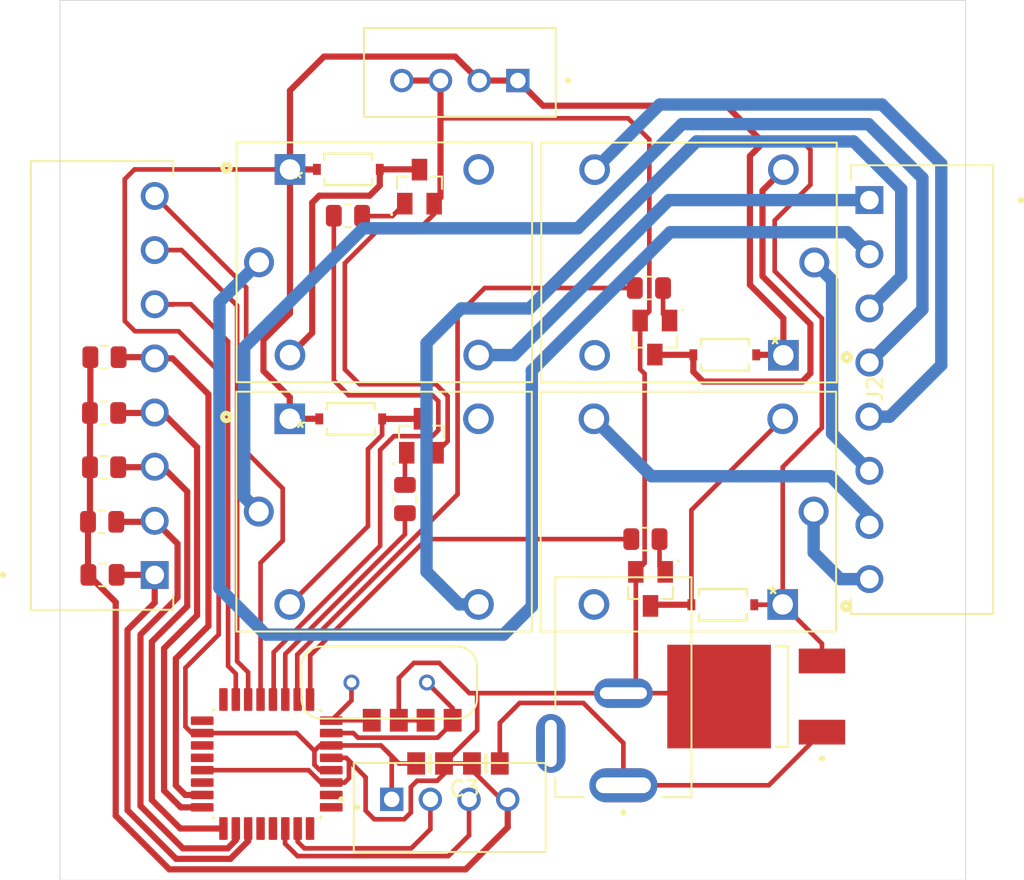
<source format=kicad_pcb>
(kicad_pcb (version 20241229) (generator "pcbnew") (generator_version "9.0")
  (layers (0 "F.Cu" signal) (2 "B.Cu" signal) (13 "F.Paste" user) (15 "B.Paste" user) (5 "F.SilkS" user "F.Silkscreen") (7 "B.SilkS" user "B.Silkscreen") (1 "F.Mask" user) (3 "B.Mask" user) (25 "Edge.Cuts" user))
  (net 0 "")
  (net 1 "GND")
  (net 2 "pb6")
  (net 3 "pb7")
  (net 4 "Net-(U2-IN)")
  (net 5 "5V")
  (net 7 "Net-(Q2-B)")
  (net 8 "Net-(D1-A)")
  (net 9 "Net-(Q3-B)")
  (net 10 "Net-(D2-A)")
  (net 11 "Net-(D3-A)")
  (net 12 "Net-(Q4-B)")
  (net 13 "Net-(D4-A)")
  (net 14 "Net-(Q5-B)")
  (net 15 "OUT1")
  (net 16 "ADC0")
  (net 17 "ADC1")
  (net 18 "ADC2")
  (net 19 "ADC3")
  (net 20 "ADC4")
  (net 21 "OUT2")
  (net 22 "OUT3")
  (net 23 "OUT4")
  (net 25 "COM1")
  (net 26 "RNO1")
  (net 27 "COM2")
  (net 30 "RNO2")
  (net 31 "RNO3")
  (net 34 "COM3")
  (net 41 "RNO4")
  (net 42 "COM4")
  (net 44 "IN3")
  (net 46 "USART_TX")
  (net 48 "IN1")
  (net 49 "USART_RX")
  (net 50 "IN2")
  (footprint "SRD-05VDC-SL-C:RELAY_SRD-05VDC-SL-C" (layer "F.Cu") (at 78.8162 77.7494)
    (property "Reference" "RELAY2" (hide yes))
    (property "Value" "SRD-05VDC-SL-C")
  )
  (footprint "Resistor_SMD:R_0805_2012Metric" (layer "F.Cu") (at 60.6142 81.8388 180)
    (property "Reference" "R2" (hide yes))
    (property "Value" "1K")
  )
  (footprint "terminal_block_90deg:TE_284512-8" (layer "F.Cu") (at 110.1852 69.863 -90)
    (property "Reference" "J2")
    (property "Value" "284512-8")
  )
  (footprint "JST_CONNECTOR:JST_B4B-XH-A_LF__SN_" (layer "F.Cu") (at 83.058 96.8756 180)
    (property "Reference" "USART2" (hide yes))
    (property "Value" "Conn_01x04_Socket")
  )
  (footprint "TAJR106K006RNJ:CAPC2012X140N" (layer "F.Cu") (at 81.788 94.0308)
    (property "Reference" "C4" (hide yes))
    (property "Value" "10uf")
  )
  (footprint "Resistor_SMD:R_0805_2012Metric" (layer "F.Cu") (at 95.9358 63.2968)
    (property "Reference" "R8" (hide yes))
    (property "Value" "10K")
  )
  (footprint "Resistor_SMD:R_0805_2012Metric" (layer "F.Cu") (at 60.7412 67.7672 180)
    (property "Reference" "R6" (hide yes))
    (property "Value" "1K")
  )
  (footprint "Resistor_SMD:R_0805_2012Metric" (layer "F.Cu") (at 60.5888 78.4098 180)
    (property "Reference" "R3" (hide yes))
    (property "Value" "1K")
  )
  (footprint "ATMEGA328P-AU:QFP80P900X900X120-32N" (layer "F.Cu") (at 71.2298 94.0652 180)
    (property "Reference" "U1" (hide yes))
    (property "Value" "ATMEGA328P-AU")
  )
  (footprint "S9013:SOT95P240X120-3N" (layer "F.Cu") (at 96.3168 66.4972 180)
    (property "Reference" "Q4" (hide yes))
    (property "Value" "S9013")
  )
  (footprint "EJ508A:MPD_EJ508A" (layer "F.Cu") (at 94.2848 92.7354 180)
    (property "Reference" "J1" (hide yes))
    (property "Value" "EJ508A")
  )
  (footprint "SRD-05VDC-SL-C:RELAY_SRD-05VDC-SL-C" (layer "F.Cu") (at 98.4835 77.7494 180)
    (property "Reference" "RELAY4" (hide yes))
    (property "Value" "SRD-05VDC-SL-C")
  )
  (footprint "1N4148W-TP:SOD123" (layer "F.Cu") (at 100.838 67.6148 180)
    (property "Reference" "D3" (hide yes))
    (property "Value" "1N4001/1N4148" (hide yes))
  )
  (footprint "L78M05CDT:VREG_L78M05CDT" (layer "F.Cu") (at 102.87 89.7047 180)
    (property "Reference" "U2" (hide yes))
    (property "Value" "L78M05CDT")
  )
  (footprint "1N4148W-TP:SOD123" (layer "F.Cu") (at 76.5048 55.626)
    (property "Reference" "D1" (hide yes))
    (property "Value" "1N4001/1N4148" (hide yes))
  )
  (footprint "S9013:SOT95P240X120-3N" (layer "F.Cu") (at 81.1022 56.7436)
    (property "Reference" "Q2" (hide yes))
    (property "Value" "S9013")
  )
  (footprint "Resistor_SMD:R_0805_2012Metric" (layer "F.Cu") (at 80.1624 76.9366 90)
    (property "Reference" "R7" (hide yes))
    (property "Value" "10K")
  )
  (footprint "S9013:SOT95P240X120-3N" (layer "F.Cu") (at 96.0374 82.7454 180)
    (property "Reference" "Q5" (hide yes))
    (property "Value" "S9013")
  )
  (footprint "1N4148W-TP:SOD123" (layer "F.Cu") (at 76.6572 71.755)
    (property "Reference" "D2" (hide yes))
    (property "Value" "1N4001/1N4148" (hide yes))
  )
  (footprint "JST_CONNECTOR:JST_B4B-XH-A_LF__SN_" (layer "F.Cu") (at 83.713 49.3606)
    (property "Reference" "SUPPLY1" (hide yes))
    (property "Value" "Conn_01x04_Socket")
  )
  (footprint "Resistor_SMD:R_0805_2012Metric" (layer "F.Cu") (at 60.7158 71.374 180)
    (property "Reference" "R5" (hide yes))
    (property "Value" "1K")
  )
  (footprint "1N4148W-TP:SOD123" (layer "F.Cu") (at 100.711 83.7692 180)
    (property "Reference" "D4" (hide yes))
    (property "Value" "1N4001/1N4148" (hide yes))
  )
  (footprint "SRD-05VDC-SL-C:RELAY_SRD-05VDC-SL-C" (layer "F.Cu") (at 78.8314 61.632)
    (property "Reference" "RELAY1" (hide yes))
    (property "Value" "SRD-05VDC-SL-C")
  )
  (footprint "AC0805KPX7R9BB103:CAPC2012X95N" (layer "F.Cu") (at 78.8924 91.2368 180)
    (property "Reference" "C2" (hide yes))
    (property "Value" "22pf")
  )
  (footprint "Resistor_SMD:R_0805_2012Metric" (layer "F.Cu") (at 60.7158 74.8792 180)
    (property "Reference" "R4" (hide yes))
    (property "Value" "1K")
  )
  (footprint "TAJR106K006RNJ:CAPC2012X140N" (layer "F.Cu") (at 85.3948 94.0308 180)
    (property "Reference" "C3")
    (property "Value" "100uf")
  )
  (footprint "SRD-05VDC-SL-C:RELAY_SRD-05VDC-SL-C" (layer "F.Cu") (at 98.5266 61.6458 180)
    (property "Reference" "RELAY3" (hide yes))
    (property "Value" "SRD-05VDC-SL-C")
  )
  (footprint "Resistor_SMD:R_0805_2012Metric" (layer "F.Cu") (at 95.7072 79.5274)
    (property "Reference" "R9" (hide yes))
    (property "Value" "10K")
  )
  (footprint "Resistor_SMD:R_0805_2012Metric" (layer "F.Cu") (at 76.4794 58.6232)
    (property "Reference" "R1" (hide yes))
    (property "Value" "10K")
  )
  (footprint "AC0805KPX7R9BB103:CAPC2012X95N" (layer "F.Cu") (at 82.3722 91.2368)
    (property "Reference" "C1" (hide yes))
    (property "Value" "22pf" (hide yes))
  )
  (footprint "S9013:SOT95P240X120-3N" (layer "F.Cu") (at 81.2292 72.8472)
    (property "Reference" "Q3" (hide yes))
    (property "Value" "S9013")
  )
  (footprint "ECS-160-S-4X:XTAL_ECS-160-S-4X" (layer "F.Cu") (at 79.1464 88.7984)
    (property "Reference" "Y1" (hide yes))
    (property "Value" "Crystal")
  )
  (footprint "terminal_block_90deg:TE_284512-8" (layer "F.Cu") (at 63.9877 69.596 90)
    (property "Reference" "J3" (hide yes))
    (property "Value" "284512-8")
  )
  (gr_rect (start 57.8629 44.704) (end 116.4099 101.5746) (stroke (width 0.05)) (fill no) (layer "Edge.Cuts"))
  (segment (start 84.836 89.4854) (end 84.3292 89.4854) (width 0.3) (layer "F.Cu") (net 1))
  (segment (start 79.963 49.8856) (end 82.463 49.8856) (width 0.4) (layer "F.Cu") (net 1))
  (segment (start 80.1116 97.6376) (end 78.1812 97.6376) (width 0.3) (layer "F.Cu") (net 1))
  (segment (start 94.2848 89.4854) (end 84.836 89.4854) (width 0.3) (layer "F.Cu") (net 1))
  (segment (start 82.6662 52.324) (end 82.463 52.1208) (width 0.3) (layer "F.Cu") (net 1))
  (segment (start 73.931778 94.4652) (end 74.731778 95.2652) (width 0.3) (layer "F.Cu") (net 1))
  (segment (start 59.7017 81.8388) (end 61.468 83.6051) (width 0.4) (layer "F.Cu") (net 1))
  (segment (start 79.7674 88.5076) (end 79.7674 91.2368) (width 0.3) (layer "F.Cu") (net 1))
  (segment (start 82.688 94.0308) (end 84.4948 94.0308) (width 0.3) (layer "F.Cu") (net 1))
  (segment (start 76.5428 94.986) (end 76.2636 95.2652) (width 0.3) (layer "F.Cu") (net 1))
  (segment (start 61.468 83.6051) (end 61.468 97.409) (width 0.4) (layer "F.Cu") (net 1))
  (segment (start 59.8033 74.8792) (end 59.8033 78.2828) (width 0.4) (layer "F.Cu") (net 1))
  (segment (start 80.5434 97.2058) (end 80.1116 97.6376) (width 0.3) (layer "F.Cu") (net 1))
  (segment (start 77.6224 94.9226) (end 76.5428 93.843) (width 0.3) (layer "F.Cu") (net 1))
  (segment (start 86.3938 96.3506) (end 84.4948 94.4516) (width 0.3) (layer "F.Cu") (net 1))
  (segment (start 95.3668 65.3972) (end 95.3668 68.5492) (width 0.3) (layer "F.Cu") (net 1))
  (segment (start 100.2507 89.4854) (end 100.47 89.7047) (width 0.3) (layer "F.Cu") (net 1))
  (segment (start 84.4948 94.4516) (end 84.4948 94.0308) (width 0.3) (layer "F.Cu") (net 1))
  (segment (start 95.9612 53.6956) (end 94.5896 52.324) (width 0.3) (layer "F.Cu") (net 1))
  (segment (start 79.7674 91.2368) (end 81.4972 91.2368) (width 0.3) (layer "F.Cu") (net 1))
  (segment (start 77.2414 69.5198) (end 76.2762 68.5546) (width 0.3) (layer "F.Cu") (net 1))
  (segment (start 82.1792 73.9472) (end 82.924 73.2024) (width 0.3) (layer "F.Cu") (net 1))
  (segment (start 82.463 57.4328) (end 82.0522 57.8436) (width 0.4) (layer "F.Cu") (net 1))
  (segment (start 61.468 97.409) (end 64.9326 100.8736) (width 0.4) (layer "F.Cu") (net 1))
  (segment (start 82.463 52.1208) (end 82.463 57.4328) (width 0.4) (layer "F.Cu") (net 1))
  (segment (start 59.8287 71.3486) (end 59.8033 71.374) (width 0.4) (layer "F.Cu") (net 1))
  (segment (start 82.463 49.8856) (end 82.463 52.1208) (width 0.4) (layer "F.Cu") (net 1))
  (segment (start 64.9326 100.8736) (end 84.0892 100.8736) (width 0.4) (layer "F.Cu") (net 1))
  (segment (start 84.3292 89.4854) (end 82.3722 87.5284) (width 0.3) (layer "F.Cu") (net 1))
  (segment (start 94.5896 52.324) (end 82.6662 52.324) (width 0.3) (layer "F.Cu") (net 1))
  (segment (start 78.2828 59.69) (end 80.8736 59.69) (width 0.3) (layer "F.Cu") (net 1))
  (segment (start 80.7466 87.5284) (end 79.7674 88.5076) (width 0.3) (layer "F.Cu") (net 1))
  (segment (start 77.6224 97.0788) (end 77.6224 94.9226) (width 0.3) (layer "F.Cu") (net 1))
  (segment (start 80.5434 95.5548) (end 80.5434 97.2058) (width 0.3) (layer "F.Cu") (net 1))
  (segment (start 82.2452 95.1484) (end 80.9498 95.1484) (width 0.3) (layer "F.Cu") (net 1))
  (segment (start 67.0598 94.4652) (end 73.931778 94.4652) (width 0.3) (layer "F.Cu") (net 1))
  (segment (start 94.2848 89.4854) (end 94.2848 89.4588) (width 0.3) (layer "F.Cu") (net 1))
  (segment (start 95.6582 68.8406) (end 95.6582 81.0746) (width 0.3) (layer "F.Cu") (net 1))
  (segment (start 82.0522 58.5114) (end 82.0522 57.8436) (width 0.3) (layer "F.Cu") (net 1))
  (segment (start 80.8736 59.69) (end 82.0522 58.5114) (width 0.3) (layer "F.Cu") (net 1))
  (segment (start 59.8033 71.374) (end 59.8033 74.8792) (width 0.4) (layer "F.Cu") (net 1))
  (segment (start 82.169 69.5198) (end 77.2414 69.5198) (width 0.3) (layer "F.Cu") (net 1))
  (segment (start 80.9498 95.1484) (end 80.5434 95.5548) (width 0.3) (layer "F.Cu") (net 1))
  (segment (start 59.6763 81.8134) (end 59.7017 81.8388) (width 0.4) (layer "F.Cu") (net 1))
  (segment (start 82.688 94.0308) (end 82.688 94.7056) (width 0.3) (layer "F.Cu") (net 1))
  (segment (start 95.3668 65.3972) (end 95.9612 64.8028) (width 0.3) (layer "F.Cu") (net 1))
  (segment (start 82.924 70.2748) (end 82.169 69.5198) (width 0.3) (layer "F.Cu") (net 1))
  (segment (start 86.808 96.3506) (end 86.3938 96.3506) (width 0.3) (layer "F.Cu") (net 1))
  (segment (start 82.06 57.8358) (end 82.0522 57.8436) (width 0.3) (layer "F.Cu") (net 1))
  (segment (start 82.924 73.2024) (end 82.924 70.2748) (width 0.3) (layer "F.Cu") (net 1))
  (segment (start 75.3998 93.6652) (end 76.365 93.6652) (width 0.3) (layer "F.Cu") (net 1))
  (segment (start 94.2848 89.4854) (end 100.2507 89.4854) (width 0.3) (layer "F.Cu") (net 1))
  (segment (start 74.731778 95.2652) (end 75.3998 95.2652) (width 0.3) (layer "F.Cu") (net 1))
  (segment (start 59.8033 78.2828) (end 59.6763 78.4098) (width 0.4) (layer "F.Cu") (net 1))
  (segment (start 82.688 94.0308) (end 84.836 91.8828) (width 0.3) (layer "F.Cu") (net 1))
  (segment (start 82.688 94.7056) (end 82.2452 95.1484) (width 0.3) (layer "F.Cu") (net 1))
  (segment (start 76.365 93.6652) (end 76.5428 93.843) (width 0.3) (layer "F.Cu") (net 1))
  (segment (start 95.0874 82.2858) (end 95.0874 81.6454) (width 0.3) (layer "F.Cu") (net 1))
  (segment (start 82.3722 87.5284) (end 80.7466 87.5284) (width 0.3) (layer "F.Cu") (net 1))
  (segment (start 59.6763 78.4098) (end 59.6763 81.8134) (width 0.4) (layer "F.Cu") (net 1))
  (segment (start 84.836 91.8828) (end 84.836 89.4854) (width 0.3) (layer "F.Cu") (net 1))
  (segment (start 76.2636 95.2652) (end 75.3998 95.2652) (width 0.3) (layer "F.Cu") (net 1))
  (segment (start 95.0874 88.6562) (end 95.0874 81.6454) (width 0.3) (layer "F.Cu") (net 1))
  (segment (start 95.9612 64.8028) (end 95.9612 53.6956) (width 0.3) (layer "F.Cu") (net 1))
  (segment (start 95.3668 68.5492) (end 95.6582 68.8406) (width 0.3) (layer "F.Cu") (net 1))
  (segment (start 76.2762 61.6966) (end 78.2828 59.69) (width 0.3) (layer "F.Cu") (net 1))
  (segment (start 76.2762 68.5546) (end 76.2762 61.6966) (width 0.3) (layer "F.Cu") (net 1))
  (segment (start 59.8287 67.7672) (end 59.8287 71.3486) (width 0.4) (layer "F.Cu") (net 1))
  (segment (start 95.6582 81.0746) (end 95.0874 81.6454) (width 0.3) (layer "F.Cu") (net 1))
  (segment (start 76.5428 93.843) (end 76.5428 94.4118) (width 0.3) (layer "F.Cu") (net 1))
  (segment (start 86.808 98.1548) (end 86.808 96.3506) (width 0.4) (layer "F.Cu") (net 1))
  (segment (start 100.7884 89.4854) (end 101.0666 89.7636) (width 0.3) (layer "F.Cu") (net 1))
  (segment (start 76.5428 94.4118) (end 76.5428 94.986) (width 0.3) (layer "F.Cu") (net 1))
  (segment (start 78.1812 97.6376) (end 77.6224 97.0788) (width 0.3) (layer "F.Cu") (net 1))
  (segment (start 84.0892 100.8736) (end 86.808 98.1548) (width 0.4) (layer "F.Cu") (net 1))
  (segment (start 94.2848 89.4588) (end 95.0874 88.6562) (width 0.3) (layer "F.Cu") (net 1))
  (segment (start 76.8288 92.0652) (end 77.1278 92.3642) (width 0.3) (layer "F.Cu") (net 2))
  (segment (start 81.5864 88.7984) (end 83.2472 90.4592) (width 0.3) (layer "F.Cu") (net 2))
  (segment (start 77.1278 92.3642) (end 82.2748 92.3642) (width 0.3) (layer "F.Cu") (net 2))
  (segment (start 75.3998 92.0652) (end 76.8288 92.0652) (width 0.3) (layer "F.Cu") (net 2))
  (segment (start 82.2748 92.3642) (end 83.2472 91.3918) (width 0.3) (layer "F.Cu") (net 2))
  (segment (start 83.2472 90.4592) (end 83.2472 91.2368) (width 0.3) (layer "F.Cu") (net 2))
  (segment (start 83.2472 91.3918) (end 83.2472 91.2368) (width 0.3) (layer "F.Cu") (net 2))
  (segment (start 76.7064 88.7984) (end 76.7064 89.9586) (width 0.3) (layer "F.Cu") (net 3))
  (segment (start 76.7064 89.9586) (end 75.3998 91.2652) (width 0.3) (layer "F.Cu") (net 3))
  (segment (start 78.0174 91.2368) (end 75.4282 91.2368) (width 0.3) (layer "F.Cu") (net 3))
  (segment (start 75.4282 91.2368) (end 75.3998 91.2652) (width 0.3) (layer "F.Cu") (net 3))
  (segment (start 86.2948 94.0308) (end 86.2948 91.4036) (width 0.3) (layer "F.Cu") (net 4))
  (segment (start 91.694 90.1192) (end 94.2848 92.71) (width 0.3) (layer "F.Cu") (net 4))
  (segment (start 94.2848 92.71) (end 94.2848 95.4404) (width 0.3) (layer "F.Cu") (net 4))
  (segment (start 86.2948 91.4036) (end 87.5792 90.1192) (width 0.3) (layer "F.Cu") (net 4))
  (segment (start 103.6843 95.4404) (end 94.2848 95.4404) (width 0.3) (layer "F.Cu") (net 4))
  (segment (start 87.5792 90.1192) (end 91.694 90.1192) (width 0.3) (layer "F.Cu") (net 4))
  (segment (start 107.12 92.0047) (end 103.6843 95.4404) (width 0.3) (layer "F.Cu") (net 4))
  (segment (start 100.9396 51.5112) (end 103.3272 53.8988) (width 0.4) (layer "F.Cu") (net 5))
  (segment (start 62.0522 56.261) (end 62.6812 55.632) (width 0.3) (layer "F.Cu") (net 5))
  (segment (start 104.5956 67.6148) (end 104.6266 67.6458) (width 0.4) (layer "F.Cu") (net 5))
  (segment (start 87.463 49.8856) (end 89.0886 51.5112) (width 0.4) (layer "F.Cu") (net 5))
  (segment (start 66.391778 92.0652) (end 65.9738 91.647222) (width 0.3) (layer "F.Cu") (net 5))
  (segment (start 104.5835 83.7494) (end 107.12 86.2859) (width 0.3) (layer "F.Cu") (net 5))
  (segment (start 104.5835 83.7494) (end 104.5835 74.8675) (width 0.3) (layer "F.Cu") (net 5))
  (segment (start 62.7126 66.0908) (end 62.0522 65.4304) (width 0.3) (layer "F.Cu") (net 5))
  (segment (start 73.1628 92.0652) (end 74.3138 93.2162) (width 0.3) (layer "F.Cu") (net 5))
  (segment (start 72.7162 71.7494) (end 74.6196 71.7494) (width 0.4) (layer "F.Cu") (net 5))
  (segment (start 74.4668 55.632) (end 74.4728 55.626) (width 0.4) (layer "F.Cu") (net 5))
  (segment (start 79.308 93.5602) (end 78.9037 93.1559) (width 0.3) (layer "F.Cu") (net 5))
  (segment (start 106.3752 56.6166) (end 106.3752 54.356) (width 0.3) (layer "F.Cu") (net 5))
  (segment (start 102.743 83.7692) (end 104.5637 83.7692) (width 0.3) (layer "F.Cu") (net 5))
  (segment (start 72.7202 70.358) (end 72.7162 70.362) (width 0.4) (layer "F.Cu") (net 5))
  (segment (start 72.7162 70.362) (end 72.7162 71.7494) (width 0.4) (layer "F.Cu") (net 5))
  (segment (start 104.5835 74.8675) (end 107.1118 72.3392) (width 0.3) (layer "F.Cu") (net 5))
  (segment (start 62.0522 65.4304) (end 62.0522 56.261) (width 0.3) (layer "F.Cu") (net 5))
  (segment (start 107.1118 72.3392) (end 107.1118 65.2526) (width 0.3) (layer "F.Cu") (net 5))
  (segment (start 105.918 53.8988) (end 103.3272 53.8988) (width 0.3) (layer "F.Cu") (net 5))
  (segment (start 72.7314 55.632) (end 72.7314 64.9366) (width 0.4) (layer "F.Cu") (net 5))
  (segment (start 102.4636 63.0936) (end 104.6266 65.2566) (width 0.4) (layer "F.Cu") (net 5))
  (segment (start 84.963 49.8856) (end 87.463 49.8856) (width 0.4) (layer "F.Cu") (net 5))
  (segment (start 102.4636 54.7624) (end 102.4636 63.0936) (width 0.4) (layer "F.Cu") (net 5))
  (segment (start 62.6812 55.632) (end 72.7314 55.632) (width 0.3) (layer "F.Cu") (net 5))
  (segment (start 71.0184 68.6562) (end 72.7202 70.358) (width 0.4) (layer "F.Cu") (net 5))
  (segment (start 72.7314 55.632) (end 74.4668 55.632) (width 0.4) (layer "F.Cu") (net 5))
  (segment (start 68.1228 85.6996) (end 68.1228 68.6816) (width 0.3) (layer "F.Cu") (net 5))
  (segment (start 102.87 67.6148) (end 104.5956 67.6148) (width 0.4) (layer "F.Cu") (net 5))
  (segment (start 74.6648 94.4652) (end 75.3998 94.4652) (width 0.3) (layer "F.Cu") (net 5))
  (segment (start 79.308 96.3506) (end 79.308 93.5602) (width 0.3) (layer "F.Cu") (net 5))
  (segment (start 68.1228 68.6816) (end 65.532 66.0908) (width 0.3) (layer "F.Cu") (net 5))
  (segment (start 65.532 66.0908) (end 62.7126 66.0908) (width 0.3) (layer "F.Cu") (net 5))
  (segment (start 67.0598 92.0652) (end 66.391778 92.0652) (width 0.3) (layer "F.Cu") (net 5))
  (segment (start 79.7786 94.0308) (end 78.9037 93.1559) (width 0.3) (layer "F.Cu") (net 5))
  (segment (start 74.6648 92.8652) (end 74.3138 93.2162) (width 0.3) (layer "F.Cu") (net 5))
  (segment (start 104.5835 83.7494) (end 103.9114 83.0773) (width 0.4) (layer "F.Cu") (net 5))
  (segment (start 103.3272 53.8988) (end 102.8446 54.3814) (width 0.4) (layer "F.Cu") (net 5))
  (segment (start 72.7314 64.9366) (end 71.0184 66.6496) (width 0.4) (layer "F.Cu") (net 5))
  (segment (start 74.3138 93.2162) (end 74.3138 94.1142) (width 0.3) (layer "F.Cu") (net 5))
  (segment (start 107.1118 65.2526) (end 104.0638 62.2046) (width 0.3) (layer "F.Cu") (net 5))
  (segment (start 74.93 48.3362) (end 83.4136 48.3362) (width 0.4) (layer "F.Cu") (net 5))
  (segment (start 83.4136 48.3362) (end 84.963 49.8856) (width 0.4) (layer "F.Cu") (net 5))
  (segment (start 102.8446 54.3814) (end 102.4636 54.7624) (width 0.4) (layer "F.Cu") (net 5))
  (segment (start 107.12 86.2859) (end 107.12 87.4047) (width 0.3) (layer "F.Cu") (net 5))
  (segment (start 80.888 94.0308) (end 79.7786 94.0308) (width 0.3) (layer "F.Cu") (net 5))
  (segment (start 75.3998 92.8652) (end 74.6648 92.8652) (width 0.3) (layer "F.Cu") (net 5))
  (segment (start 65.9738 87.8486) (end 68.1228 85.6996) (width 0.3) (layer "F.Cu") (net 5))
  (segment (start 74.3138 94.1142) (end 74.6648 94.4652) (width 0.3) (layer "F.Cu") (net 5))
  (segment (start 78.9037 93.1559) (end 78.613 92.8652) (width 0.3) (layer "F.Cu") (net 5))
  (segment (start 104.0638 62.2046) (end 104.0638 58.928) (width 0.3) (layer "F.Cu") (net 5))
  (segment (start 74.6196 71.7494) (end 74.6252 71.755) (width 0.4) (layer "F.Cu") (net 5))
  (segment (start 71.0184 66.6496) (end 71.0184 68.6562) (width 0.4) (layer "F.Cu") (net 5))
  (segment (start 78.613 92.8652) (end 75.3998 92.8652) (width 0.3) (layer "F.Cu") (net 5))
  (segment (start 67.0598 92.0652) (end 73.1628 92.0652) (width 0.3) (layer "F.Cu") (net 5))
  (segment (start 106.3752 54.356) (end 105.918 53.8988) (width 0.3) (layer "F.Cu") (net 5))
  (segment (start 104.6266 65.2566) (end 104.6266 67.6458) (width 0.4) (layer "F.Cu") (net 5))
  (segment (start 65.9738 91.647222) (end 65.9738 87.8486) (width 0.3) (layer "F.Cu") (net 5))
  (segment (start 104.0638 58.928) (end 106.3752 56.6166) (width 0.3) (layer "F.Cu") (net 5))
  (segment (start 104.5637 83.7692) (end 104.5835 83.7494) (width 0.3) (layer "F.Cu") (net 5))
  (segment (start 72.7314 50.5348) (end 74.93 48.3362) (width 0.4) (layer "F.Cu") (net 5))
  (segment (start 72.7314 55.632) (end 72.7314 50.5348) (width 0.4) (layer "F.Cu") (net 5))
  (segment (start 89.0886 51.5112) (end 100.9396 51.5112) (width 0.4) (layer "F.Cu") (net 5))
  (segment (start 80.0838 57.912) (end 80.1522 57.8436) (width 0.4) (layer "F.Cu") (net 7))
  (segment (start 77.3665 58.6486) (end 79.3472 58.6486) (width 0.3) (layer "F.Cu") (net 7))
  (segment (start 79.3472 58.6486) (end 80.1522 57.8436) (width 0.3) (layer "F.Cu") (net 7))
  (segment (start 77.8764 57.3278) (end 74.6222 57.3278) (width 0.4) (layer "F.Cu") (net 8))
  (segment (start 74.168 57.782) (end 74.168 66.1954) (width 0.4) (layer "F.Cu") (net 8))
  (segment (start 81.069 55.626) (end 81.1022 55.5928) (width 0.4) (layer "F.Cu") (net 8))
  (segment (start 78.5368 55.626) (end 78.5368 56.6674) (width 0.4) (layer "F.Cu") (net 8))
  (segment (start 74.168 66.1954) (end 72.7314 67.632) (width 0.4) (layer "F.Cu") (net 8))
  (segment (start 78.5368 56.6674) (end 77.8764 57.3278) (width 0.4) (layer "F.Cu") (net 8))
  (segment (start 78.5368 55.626) (end 81.069 55.626) (width 0.4) (layer "F.Cu") (net 8))
  (segment (start 74.6222 57.3278) (end 74.168 57.782) (width 0.4) (layer "F.Cu") (net 8))
  (segment (start 80.1624 74.064) (end 80.2792 73.9472) (width 0.3) (layer "F.Cu") (net 9))
  (segment (start 80.2714 73.9394) (end 80.2792 73.9472) (width 0.4) (layer "F.Cu") (net 9))
  (segment (start 80.1092 74.1172) (end 80.2792 73.9472) (width 0.4) (layer "F.Cu") (net 9))
  (segment (start 80.1624 76.0241) (end 80.1624 74.064) (width 0.3) (layer "F.Cu") (net 9))
  (segment (start 77.7748 78.6908) (end 77.7748 73.7108) (width 0.3) (layer "F.Cu") (net 10))
  (segment (start 77.7748 73.7108) (end 78.6892 72.7964) (width 0.3) (layer "F.Cu") (net 10))
  (segment (start 78.6892 71.755) (end 81.2214 71.755) (width 0.4) (layer "F.Cu") (net 10))
  (segment (start 78.6892 72.7964) (end 78.6892 71.755) (width 0.3) (layer "F.Cu") (net 10))
  (segment (start 72.7162 83.7494) (end 77.7748 78.6908) (width 0.3) (layer "F.Cu") (net 10))
  (segment (start 81.2214 71.755) (end 81.2292 71.7472) (width 0.4) (layer "F.Cu") (net 10))
  (segment (start 106.3752 68.8086) (end 105.8418 69.342) (width 0.4) (layer "F.Cu") (net 11))
  (segment (start 103.2764 56.996) (end 103.2764 62.5348) (width 0.4) (layer "F.Cu") (net 11))
  (segment (start 98.806 68.707) (end 98.806 67.6148) (width 0.4) (layer "F.Cu") (net 11))
  (segment (start 104.5956 55.6768) (end 104.6266 55.6458) (width 0.4) (layer "F.Cu") (net 11))
  (segment (start 104.6266 55.6458) (end 103.2764 56.996) (width 0.4) (layer "F.Cu") (net 11))
  (segment (start 99.441 69.342) (end 98.806 68.707) (width 0.4) (layer "F.Cu") (net 11))
  (segment (start 98.806 67.6148) (end 96.393 67.6148) (width 0.4) (layer "F.Cu") (net 11))
  (segment (start 105.8418 69.342) (end 99.441 69.342) (width 0.4) (layer "F.Cu") (net 11))
  (segment (start 103.2764 62.5348) (end 106.3752 65.6336) (width 0.4) (layer "F.Cu") (net 11))
  (segment (start 106.3752 65.6336) (end 106.3752 68.8086) (width 0.4) (layer "F.Cu") (net 11))
  (segment (start 96.393 67.6148) (end 96.3168 67.691) (width 0.4) (layer "F.Cu") (net 11))
  (segment (start 97.3528 65.405) (end 97.2668 65.491) (width 0.4) (layer "F.Cu") (net 12))
  (segment (start 96.8483 64.9787) (end 97.2668 65.3972) (width 0.3) (layer "F.Cu") (net 12))
  (segment (start 96.8483 63.2968) (end 96.8483 64.9787) (width 0.3) (layer "F.Cu") (net 12))
  (segment (start 104.5835 71.7494) (end 98.679 77.6539) (width 0.3) (layer "F.Cu") (net 13))
  (segment (start 96.1136 83.7692) (end 96.0374 83.8454) (width 0.4) (layer "F.Cu") (net 13))
  (segment (start 98.679 83.7692) (end 96.1136 83.7692) (width 0.4) (layer "F.Cu") (net 13))
  (segment (start 98.679 77.6539) (end 98.679 83.7692) (width 0.3) (layer "F.Cu") (net 13))
  (segment (start 96.6197 79.5274) (end 96.6197 81.2777) (width 0.3) (layer "F.Cu") (net 14))
  (segment (start 96.6197 81.2777) (end 96.9874 81.6454) (width 0.3) (layer "F.Cu") (net 14))
  (segment (start 94.7947 79.5274) (end 81.5594 79.5274) (width 0.3) (layer "F.Cu") (net 15))
  (segment (start 74.041 89.884) (end 74.0298 89.8952) (width 0.3) (layer "F.Cu") (net 15))
  (segment (start 74.041 87.0458) (end 74.041 89.884) (width 0.3) (layer "F.Cu") (net 15))
  (segment (start 81.5594 79.5274) (end 74.041 87.0458) (width 0.3) (layer "F.Cu") (net 15))
  (segment (start 61.5267 81.8388) (end 63.9805 81.8388) (width 0.4) (layer "F.Cu") (net 16))
  (segment (start 63.9877 81.846) (end 63.9877 83.6371) (width 0.4) (layer "F.Cu") (net 16))
  (segment (start 63.9805 81.8388) (end 63.9877 81.846) (width 0.4) (layer "F.Cu") (net 16))
  (segment (start 68.879742 100.1944) (end 70.0298 99.044342) (width 0.4) (layer "F.Cu") (net 16))
  (segment (start 63.9877 81.846) (end 64.6782 82.5365) (width 0.4) (layer "F.Cu") (net 16))
  (segment (start 62.23 97.0534) (end 65.371 100.1944) (width 0.4) (layer "F.Cu") (net 16))
  (segment (start 65.371 100.1944) (end 68.879742 100.1944) (width 0.4) (layer "F.Cu") (net 16))
  (segment (start 70.0298 99.044342) (end 70.0298 98.2352) (width 0.4) (layer "F.Cu") (net 16))
  (segment (start 63.9877 83.6371) (end 62.23 85.3948) (width 0.4) (layer "F.Cu") (net 16))
  (segment (start 62.23 85.3948) (end 62.23 97.0534) (width 0.4) (layer "F.Cu") (net 16))
  (segment (start 65.4644 83.3034) (end 63.0682 85.6996) (width 0.4) (layer "F.Cu") (net 17))
  (segment (start 63.9877 78.346) (end 65.4644 79.8227) (width 0.4) (layer "F.Cu") (net 17))
  (segment (start 65.4644 79.8227) (end 65.4644 83.3034) (width 0.4) (layer "F.Cu") (net 17))
  (segment (start 63.9239 78.4098) (end 63.9877 78.346) (width 0.4) (layer "F.Cu") (net 17))
  (segment (start 69.2298 98.9944) (end 69.2298 98.2352) (width 0.4) (layer "F.Cu") (net 17))
  (segment (start 63.0682 96.774) (end 65.8114 99.5172) (width 0.4) (layer "F.Cu") (net 17))
  (segment (start 68.707 99.5172) (end 69.2298 98.9944) (width 0.4) (layer "F.Cu") (net 17))
  (segment (start 65.8114 99.5172) (end 68.707 99.5172) (width 0.4) (layer "F.Cu") (net 17))
  (segment (start 63.0682 85.6996) (end 63.0682 96.774) (width 0.4) (layer "F.Cu") (net 17))
  (segment (start 61.5013 78.4098) (end 63.9239 78.4098) (width 0.4) (layer "F.Cu") (net 17))
  (segment (start 61.6283 74.8792) (end 63.9545 74.8792) (width 0.4) (layer "F.Cu") (net 18))
  (segment (start 66.0908 83.8708) (end 63.8048 86.1568) (width 0.4) (layer "F.Cu") (net 18))
  (segment (start 63.9545 74.8792) (end 63.9877 74.846) (width 0.4) (layer "F.Cu") (net 18))
  (segment (start 63.8048 96.393) (end 65.647 98.2352) (width 0.4) (layer "F.Cu") (net 18))
  (segment (start 64.484 74.846) (end 66.0908 76.4528) (width 0.4) (layer "F.Cu") (net 18))
  (segment (start 63.8048 86.1568) (end 63.8048 96.393) (width 0.4) (layer "F.Cu") (net 18))
  (segment (start 65.647 98.2352) (end 68.4298 98.2352) (width 0.4) (layer "F.Cu") (net 18))
  (segment (start 63.9877 74.846) (end 64.484 74.846) (width 0.4) (layer "F.Cu") (net 18))
  (segment (start 66.0908 76.4528) (end 66.0908 83.8708) (width 0.4) (layer "F.Cu") (net 18))
  (segment (start 66.7258 73.5878) (end 66.7258 84.455) (width 0.4) (layer "F.Cu") (net 19))
  (segment (start 66.7258 84.455) (end 64.5922 86.5886) (width 0.4) (layer "F.Cu") (net 19))
  (segment (start 61.6283 71.374) (end 63.9597 71.374) (width 0.4) (layer "F.Cu") (net 19))
  (segment (start 64.5922 86.5886) (end 64.5922 95.7834) (width 0.4) (layer "F.Cu") (net 19))
  (segment (start 64.5922 95.7834) (end 65.674 96.8652) (width 0.4) (layer "F.Cu") (net 19))
  (segment (start 63.9597 71.374) (end 63.9877 71.346) (width 0.4) (layer "F.Cu") (net 19))
  (segment (start 63.9877 71.346) (end 64.484 71.346) (width 0.4) (layer "F.Cu") (net 19))
  (segment (start 64.484 71.346) (end 66.7258 73.5878) (width 0.4) (layer "F.Cu") (net 19))
  (segment (start 65.674 96.8652) (end 67.0598 96.8652) (width 0.4) (layer "F.Cu") (net 19))
  (segment (start 65.3542 87.249) (end 65.3542 95.4532) (width 0.4) (layer "F.Cu") (net 20))
  (segment (start 63.9877 67.846) (end 65.1405 67.846) (width 0.4) (layer "F.Cu") (net 20))
  (segment (start 63.9089 67.7672) (end 63.9877 67.846) (width 0.4) (layer "F.Cu") (net 20))
  (segment (start 61.6537 67.7672) (end 63.9089 67.7672) (width 0.4) (layer "F.Cu") (net 20))
  (segment (start 67.4624 85.1408) (end 65.3542 87.249) (width 0.4) (layer "F.Cu") (net 20))
  (segment (start 65.9662 96.0652) (end 67.0598 96.0652) (width 0.4) (layer "F.Cu") (net 20))
  (segment (start 65.3542 95.4532) (end 65.9662 96.0652) (width 0.4) (layer "F.Cu") (net 20))
  (segment (start 65.1405 67.846) (end 67.4624 70.1679) (width 0.4) (layer "F.Cu") (net 20))
  (segment (start 67.4624 70.1679) (end 67.4624 85.1408) (width 0.4) (layer "F.Cu") (net 20))
  (segment (start 83.566 76.6318) (end 73.2028 86.995) (width 0.3) (layer "F.Cu") (net 21))
  (segment (start 85.3186 63.2968) (end 83.566 65.0494) (width 0.3) (layer "F.Cu") (net 21))
  (segment (start 73.3538 89.7712) (end 73.2298 89.8952) (width 0.4) (layer "F.Cu") (net 21))
  (segment (start 73.2028 89.8682) (end 73.2298 89.8952) (width 0.3) (layer "F.Cu") (net 21))
  (segment (start 73.2028 86.995) (end 73.2028 89.8682) (width 0.3) (layer "F.Cu") (net 21))
  (segment (start 83.566 65.0494) (end 83.566 76.6318) (width 0.3) (layer "F.Cu") (net 21))
  (segment (start 95.0233 63.2968) (end 85.3186 63.2968) (width 0.3) (layer "F.Cu") (net 21))
  (segment (start 72.4298 86.9552) (end 72.4298 89.8952) (width 0.3) (layer "F.Cu") (net 22))
  (segment (start 80.1624 77.8491) (end 80.1624 79.2226) (width 0.3) (layer "F.Cu") (net 22))
  (segment (start 80.1624 79.2226) (end 72.4298 86.9552) (width 0.3) (layer "F.Cu") (net 22))
  (segment (start 75.5669 69.2677) (end 76.5302 70.231) (width 0.3) (layer "F.Cu") (net 23))
  (segment (start 75.5669 58.6232) (end 75.5669 69.2677) (width 0.3) (layer "F.Cu") (net 23))
  (segment (start 71.6788 86.84528) (end 71.6788 89.8462) (width 0.3) (layer "F.Cu") (net 23))
  (segment (start 76.5302 70.231) (end 81.9404 70.231) (width 0.3) (layer "F.Cu") (net 23))
  (segment (start 81.9404 70.231) (end 82.3214 70.612) (width 0.3) (layer "F.Cu") (net 23))
  (segment (start 78.5622 79.96188) (end 71.6788 86.84528) (width 0.3) (layer "F.Cu") (net 23))
  (segment (start 82.3214 72.4916) (end 81.9404 72.8726) (width 0.3) (layer "F.Cu") (net 23))
  (segment (start 79.4518 72.8726) (end 78.5622 73.7622) (width 0.3) (layer "F.Cu") (net 23))
  (segment (start 81.9404 72.8726) (end 79.4518 72.8726) (width 0.3) (layer "F.Cu") (net 23))
  (segment (start 78.5622 73.7622) (end 78.5622 79.96188) (width 0.3) (layer "F.Cu") (net 23))
  (segment (start 71.6788 89.8462) (end 71.6298 89.8952) (width 0.3) (layer "F.Cu") (net 23))
  (segment (start 82.3214 70.612) (end 82.3214 72.4916) (width 0.3) (layer "F.Cu") (net 23))
  (segment (start 68.1736 82.7024) (end 68.1736 64.1898) (width 0.8) (layer "B.Cu") (net 25))
  (segment (start 68.1736 64.1898) (end 70.7314 61.632) (width 0.8) (layer "B.Cu") (net 25))
  (segment (start 71.1708 85.6996) (end 68.1736 82.7024) (width 0.8) (layer "B.Cu") (net 25))
  (segment (start 97.3074 59.69) (end 88.3666 68.6308) (width 0.8) (layer "B.Cu") (net 25))
  (segment (start 110.1852 61.113) (end 108.7622 59.69) (width 0.8) (layer "B.Cu") (net 25))
  (segment (start 108.7622 59.69) (end 97.3074 59.69) (width 0.8) (layer "B.Cu") (net 25))
  (segment (start 88.3666 68.6308) (end 88.3666 83.8708) (width 0.8) (layer "B.Cu") (net 25))
  (segment (start 88.3666 83.8708) (end 86.5378 85.6996) (width 0.8) (layer "B.Cu") (net 25))
  (segment (start 86.5378 85.6996) (end 71.1708 85.6996) (width 0.8) (layer "B.Cu") (net 25))
  (segment (start 97.2254 57.613) (end 87.2064 67.632) (width 0.8) (layer "B.Cu") (net 26))
  (segment (start 110.1852 57.613) (end 97.2254 57.613) (width 0.8) (layer "B.Cu") (net 26))
  (segment (start 87.2064 67.632) (end 84.9314 67.632) (width 0.8) (layer "B.Cu") (net 26))
  (segment (start 110.1852 68.113) (end 113.6142 64.684) (width 0.8) (layer "B.Cu") (net 27))
  (segment (start 98.0694 52.705) (end 91.3384 59.436) (width 0.8) (layer "B.Cu") (net 27))
  (segment (start 113.6142 56.1848) (end 110.1344 52.705) (width 0.8) (layer "B.Cu") (net 27))
  (segment (start 110.1344 52.705) (end 98.0694 52.705) (width 0.8) (layer "B.Cu") (net 27))
  (segment (start 77.47 59.436) (end 69.7738 67.1322) (width 0.8) (layer "B.Cu") (net 27))
  (segment (start 69.7738 67.1322) (end 69.7738 76.807) (width 0.8) (layer "B.Cu") (net 27))
  (segment (start 113.6142 64.684) (end 113.6142 56.1848) (width 0.8) (layer "B.Cu") (net 27))
  (segment (start 91.3384 59.436) (end 77.47 59.436) (width 0.8) (layer "B.Cu") (net 27))
  (segment (start 69.7738 76.807) (end 70.7162 77.7494) (width 0.8) (layer "B.Cu") (net 27))
  (segment (start 99.0092 53.8226) (end 88.2142 64.6176) (width 0.8) (layer "B.Cu") (net 30))
  (segment (start 112.2426 56.896) (end 109.1692 53.8226) (width 0.8) (layer "B.Cu") (net 30))
  (segment (start 81.5594 81.6356) (end 83.6732 83.7494) (width 0.8) (layer "B.Cu") (net 30))
  (segment (start 109.1692 53.8226) (end 99.0092 53.8226) (width 0.8) (layer "B.Cu") (net 30))
  (segment (start 110.1852 64.613) (end 112.2426 62.5556) (width 0.8) (layer "B.Cu") (net 30))
  (segment (start 112.2426 62.5556) (end 112.2426 56.896) (width 0.8) (layer "B.Cu") (net 30))
  (segment (start 88.2142 64.6176) (end 83.7946 64.6176) (width 0.8) (layer "B.Cu") (net 30))
  (segment (start 83.7946 64.6176) (end 81.5594 66.8528) (width 0.8) (layer "B.Cu") (net 30))
  (segment (start 81.5594 66.8528) (end 81.5594 81.6356) (width 0.8) (layer "B.Cu") (net 30))
  (segment (start 83.6732 83.7494) (end 84.9162 83.7494) (width 0.8) (layer "B.Cu") (net 30))
  (segment (start 96.6374 51.435) (end 110.998 51.435) (width 0.8) (layer "B.Cu") (net 31))
  (segment (start 111.4956 71.613) (end 110.1852 71.613) (width 0.8) (layer "B.Cu") (net 31))
  (segment (start 114.8334 68.2752) (end 111.4956 71.613) (width 0.8) (layer "B.Cu") (net 31))
  (segment (start 114.8334 55.2704) (end 114.8334 68.2752) (width 0.8) (layer "B.Cu") (net 31))
  (segment (start 92.4266 55.6458) (end 96.6374 51.435) (width 0.8) (layer "B.Cu") (net 31))
  (segment (start 110.998 51.435) (end 114.8334 55.2704) (width 0.8) (layer "B.Cu") (net 31))
  (segment (start 106.6266 61.6458) (end 107.7722 62.7914) (width 0.8) (layer "B.Cu") (net 34))
  (segment (start 107.7722 62.7914) (end 107.7722 72.7) (width 0.8) (layer "B.Cu") (net 34))
  (segment (start 107.7722 72.7) (end 110.1852 75.113) (width 0.8) (layer "B.Cu") (net 34))
  (segment (start 107.6706 75.4634) (end 96.0975 75.4634) (width 0.8) (layer "B.Cu") (net 41))
  (segment (start 110.1852 77.978) (end 107.6706 75.4634) (width 0.8) (layer "B.Cu") (net 41))
  (segment (start 96.0975 75.4634) (end 92.3835 71.7494) (width 0.8) (layer "B.Cu") (net 41))
  (segment (start 110.1852 78.613) (end 110.1852 77.978) (width 0.8) (layer "B.Cu") (net 41))
  (segment (start 106.5835 80.3961) (end 106.5835 77.7494) (width 0.8) (layer "B.Cu") (net 42))
  (segment (start 110.1852 82.113) (end 108.3004 82.113) (width 0.8) (layer "B.Cu") (net 42))
  (segment (start 108.3004 82.113) (end 106.5835 80.3961) (width 0.8) (layer "B.Cu") (net 42))
  (segment (start 72.263 76.2508) (end 72.263 79.629) (width 0.3) (layer "F.Cu") (net 44))
  (segment (start 69.9008 63.2591) (end 69.9008 73.8886) (width 0.3) (layer "F.Cu") (net 44))
  (segment (start 69.9008 73.8886) (end 72.263 76.2508) (width 0.3) (layer "F.Cu") (net 44))
  (segment (start 63.9877 57.346) (end 69.9008 63.2591) (width 0.3) (layer "F.Cu") (net 44))
  (segment (start 70.8298 81.0622) (end 70.8298 89.8952) (width 0.3) (layer "F.Cu") (net 44))
  (segment (start 72.263 79.629) (end 70.8298 81.0622) (width 0.3) (layer "F.Cu") (net 44))
  (segment (start 73.2298 99.087) (end 73.66 99.5172) (width 0.3) (layer "F.Cu") (net 46))
  (segment (start 80.5688 99.5172) (end 81.808 98.278) (width 0.3) (layer "F.Cu") (net 46))
  (segment (start 81.808 98.278) (end 81.808 96.3506) (width 0.3) (layer "F.Cu") (net 46))
  (segment (start 73.2298 98.2352) (end 73.2298 99.087) (width 0.3) (layer "F.Cu") (net 46))
  (segment (start 73.66 99.5172) (end 80.5688 99.5172) (width 0.3) (layer "F.Cu") (net 46))
  (segment (start 63.9877 64.346) (end 66.3272 64.346) (width 0.3) (layer "F.Cu") (net 48))
  (segment (start 65.192 64.3636) (end 64.0053 64.3636) (width 0.3) (layer "F.Cu") (net 48))
  (segment (start 64.0053 64.3636) (end 63.9877 64.346) (width 0.3) (layer "F.Cu") (net 48))
  (segment (start 68.7324 87.7316) (end 69.2298 88.229) (width 0.3) (layer "F.Cu") (net 48))
  (segment (start 68.7324 66.7512) (end 68.7324 87.7316) (width 0.3) (layer "F.Cu") (net 48))
  (segment (start 69.2298 88.229) (end 69.2298 89.8952) (width 0.3) (layer "F.Cu") (net 48))
  (segment (start 66.3272 64.346) (end 68.7324 66.7512) (width 0.3) (layer "F.Cu") (net 48))
  (segment (start 84.308 98.6736) (end 84.308 96.3506) (width 0.3) (layer "F.Cu") (net 49))
  (segment (start 72.4154 98.2496) (end 72.4154 99.2124) (width 0.3) (layer "F.Cu") (net 49))
  (segment (start 72.4298 98.903222) (end 72.4298 98.2352) (width 0.3) (layer "F.Cu") (net 49))
  (segment (start 82.9634 100.0182) (end 84.308 98.6736) (width 0.3) (layer "F.Cu") (net 49))
  (segment (start 73.2212 100.0182) (end 82.9634 100.0182) (width 0.3) (layer "F.Cu") (net 49))
  (segment (start 72.4154 99.2124) (end 73.2212 100.0182) (width 0.3) (layer "F.Cu") (net 49))
  (segment (start 72.4298 98.2352) (end 72.4154 98.2496) (width 0.3) (layer "F.Cu") (net 49))
  (segment (start 63.9877 60.846) (end 65.7247 60.846) (width 0.3) (layer "F.Cu") (net 50))
  (segment (start 69.3166 87.4268) (end 70.0298 88.14) (width 0.3) (layer "F.Cu") (net 50))
  (segment (start 65.7247 60.846) (end 69.3166 64.4379) (width 0.3) (layer "F.Cu") (net 50))
  (segment (start 69.3166 64.4379) (end 69.3166 87.4268) (width 0.3) (layer "F.Cu") (net 50))
  (segment (start 70.0298 88.14) (end 70.0298 89.8952) (width 0.3) (layer "F.Cu") (net 50))
)
</source>
